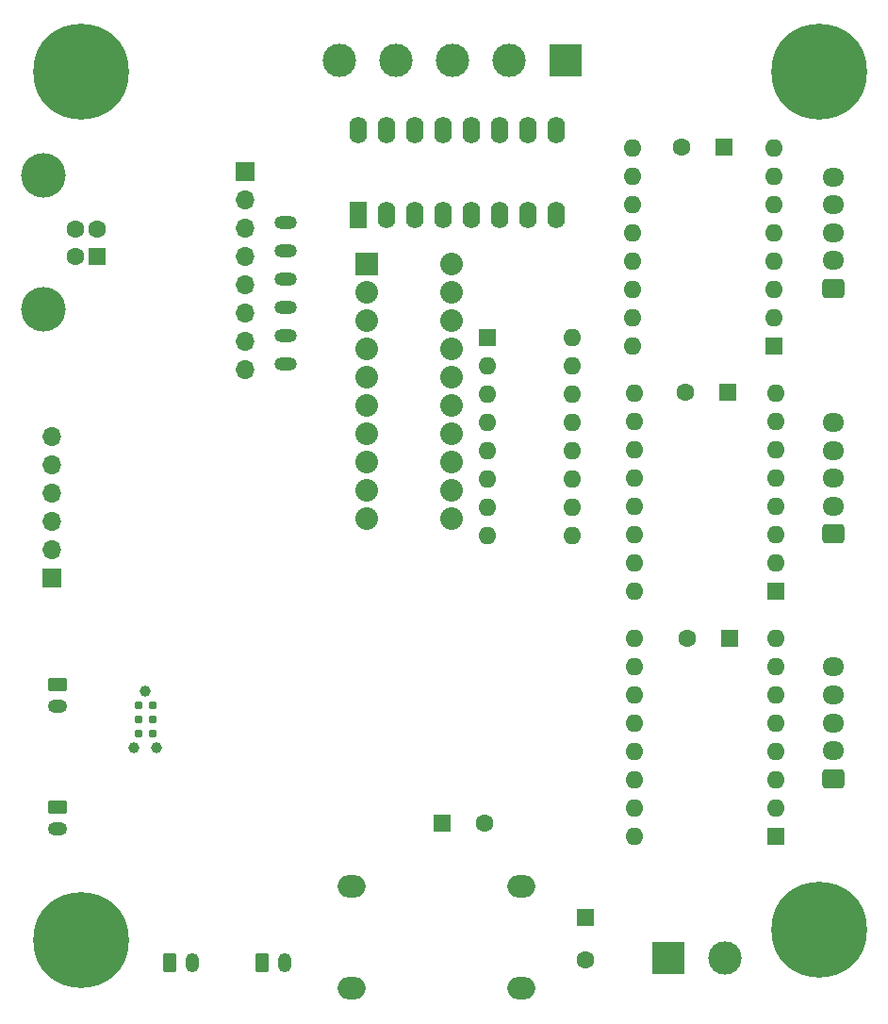
<source format=gbr>
%TF.GenerationSoftware,KiCad,Pcbnew,7.0.1-3b83917a11~172~ubuntu22.10.1*%
%TF.CreationDate,2023-08-26T15:52:06+02:00*%
%TF.ProjectId,controller,636f6e74-726f-46c6-9c65-722e6b696361,rev?*%
%TF.SameCoordinates,Original*%
%TF.FileFunction,Soldermask,Top*%
%TF.FilePolarity,Negative*%
%FSLAX46Y46*%
G04 Gerber Fmt 4.6, Leading zero omitted, Abs format (unit mm)*
G04 Created by KiCad (PCBNEW 7.0.1-3b83917a11~172~ubuntu22.10.1) date 2023-08-26 15:52:06*
%MOMM*%
%LPD*%
G01*
G04 APERTURE LIST*
G04 Aperture macros list*
%AMRoundRect*
0 Rectangle with rounded corners*
0 $1 Rounding radius*
0 $2 $3 $4 $5 $6 $7 $8 $9 X,Y pos of 4 corners*
0 Add a 4 corners polygon primitive as box body*
4,1,4,$2,$3,$4,$5,$6,$7,$8,$9,$2,$3,0*
0 Add four circle primitives for the rounded corners*
1,1,$1+$1,$2,$3*
1,1,$1+$1,$4,$5*
1,1,$1+$1,$6,$7*
1,1,$1+$1,$8,$9*
0 Add four rect primitives between the rounded corners*
20,1,$1+$1,$2,$3,$4,$5,0*
20,1,$1+$1,$4,$5,$6,$7,0*
20,1,$1+$1,$6,$7,$8,$9,0*
20,1,$1+$1,$8,$9,$2,$3,0*%
G04 Aperture macros list end*
%ADD10O,2.500000X2.000000*%
%ADD11O,2.000000X1.200000*%
%ADD12R,1.600000X2.400000*%
%ADD13O,1.600000X2.400000*%
%ADD14R,1.600000X1.600000*%
%ADD15O,1.600000X1.600000*%
%ADD16C,4.000000*%
%ADD17C,1.600000*%
%ADD18RoundRect,0.250000X0.725000X-0.600000X0.725000X0.600000X-0.725000X0.600000X-0.725000X-0.600000X0*%
%ADD19O,1.950000X1.700000*%
%ADD20O,1.700000X1.700000*%
%ADD21R,1.700000X1.700000*%
%ADD22C,0.787400*%
%ADD23C,0.990600*%
%ADD24C,3.000000*%
%ADD25R,3.000000X3.000000*%
%ADD26O,1.750000X1.200000*%
%ADD27RoundRect,0.250000X-0.625000X0.350000X-0.625000X-0.350000X0.625000X-0.350000X0.625000X0.350000X0*%
%ADD28O,1.200000X1.750000*%
%ADD29RoundRect,0.250000X-0.350000X-0.625000X0.350000X-0.625000X0.350000X0.625000X-0.350000X0.625000X0*%
%ADD30C,8.600000*%
%ADD31C,0.900000*%
%ADD32R,2.032000X2.032000*%
%ADD33C,2.032000*%
G04 APERTURE END LIST*
D10*
%TO.C,U2*%
X80520419Y-109317349D03*
X80520419Y-100177349D03*
X65280419Y-109317349D03*
X65280419Y-100177349D03*
%TD*%
D11*
%TO.C,U5*%
X59357919Y-53235000D03*
X59357919Y-50695000D03*
X59357919Y-48155000D03*
X59357919Y-45615000D03*
X59357919Y-43075000D03*
X59357919Y-40535000D03*
%TD*%
D12*
%TO.C,U1*%
X65905419Y-39825000D03*
D13*
X68445419Y-39825000D03*
X70985419Y-39825000D03*
X73525419Y-39825000D03*
X76065419Y-39825000D03*
X78605419Y-39825000D03*
X81145419Y-39825000D03*
X83685419Y-39825000D03*
X83685419Y-32205000D03*
X81145419Y-32205000D03*
X78605419Y-32205000D03*
X76065419Y-32205000D03*
X73525419Y-32205000D03*
X70985419Y-32205000D03*
X68445419Y-32205000D03*
X65905419Y-32205000D03*
%TD*%
D14*
%TO.C,SW1*%
X77512919Y-50850000D03*
D15*
X77512919Y-53390000D03*
X77512919Y-55930000D03*
X77512919Y-58470000D03*
X77512919Y-61010000D03*
X77512919Y-63550000D03*
X77512919Y-66090000D03*
X77512919Y-68630000D03*
X85132919Y-68630000D03*
X85132919Y-66090000D03*
X85132919Y-63550000D03*
X85132919Y-61010000D03*
X85132919Y-58470000D03*
X85132919Y-55930000D03*
X85132919Y-53390000D03*
X85132919Y-50850000D03*
%TD*%
D16*
%TO.C,J14*%
X37630419Y-48350000D03*
X37630419Y-36350000D03*
D17*
X40490419Y-43600000D03*
X40490419Y-41100000D03*
X42490419Y-41100000D03*
D14*
X42490419Y-43600000D03*
%TD*%
D18*
%TO.C,J13*%
X108557919Y-90458750D03*
D19*
X108557919Y-87958750D03*
X108557919Y-85458750D03*
X108557919Y-82958750D03*
X108557919Y-80458750D03*
%TD*%
D18*
%TO.C,J12*%
X108557919Y-68498750D03*
D19*
X108557919Y-65998750D03*
X108557919Y-63498750D03*
X108557919Y-60998750D03*
X108557919Y-58498750D03*
%TD*%
D18*
%TO.C,J11*%
X108557919Y-46458750D03*
D19*
X108557919Y-43958750D03*
X108557919Y-41458750D03*
X108557919Y-38958750D03*
X108557919Y-36458750D03*
%TD*%
D20*
%TO.C,J10*%
X55702919Y-53755000D03*
X55702919Y-51215000D03*
X55702919Y-48675000D03*
X55702919Y-46135000D03*
X55702919Y-43595000D03*
X55702919Y-41055000D03*
X55702919Y-38515000D03*
D21*
X55702919Y-35975000D03*
%TD*%
D22*
%TO.C,J9*%
X47415419Y-86450000D03*
X46145419Y-86450000D03*
X47415419Y-85180000D03*
X46145419Y-85180000D03*
X47415419Y-83910000D03*
X46145419Y-83910000D03*
D23*
X46780419Y-82640000D03*
X47796419Y-87720000D03*
X45764419Y-87720000D03*
%TD*%
D20*
%TO.C,J8*%
X38400000Y-59720000D03*
X38400000Y-62260000D03*
X38400000Y-64800000D03*
X38400000Y-67340000D03*
X38400000Y-69880000D03*
D21*
X38400000Y-72420000D03*
%TD*%
D24*
%TO.C,J6*%
X64180000Y-26000000D03*
X69260000Y-26000000D03*
X74340000Y-26000000D03*
X79420000Y-26000000D03*
D25*
X84500000Y-26000000D03*
%TD*%
D24*
%TO.C,J5*%
X98820419Y-106580000D03*
D25*
X93740419Y-106580000D03*
%TD*%
D26*
%TO.C,J4*%
X38900000Y-84000000D03*
D27*
X38900000Y-82000000D03*
%TD*%
D28*
%TO.C,J3*%
X51000000Y-107000000D03*
D29*
X49000000Y-107000000D03*
%TD*%
D27*
%TO.C,J2*%
X38900000Y-93000000D03*
D26*
X38900000Y-95000000D03*
%TD*%
D28*
%TO.C,J1*%
X59280419Y-107000000D03*
D29*
X57280419Y-107000000D03*
%TD*%
D30*
%TO.C,H4*%
X107280419Y-104000000D03*
D31*
X107280419Y-107225000D03*
X105000000Y-106280419D03*
X109560838Y-101719581D03*
X109560838Y-106280419D03*
X104055419Y-104000000D03*
X105000000Y-101719581D03*
X107280419Y-100775000D03*
X110505419Y-104000000D03*
%TD*%
D30*
%TO.C,H3*%
X107280419Y-27000000D03*
D31*
X107280419Y-30225000D03*
X105000000Y-29280419D03*
X109560838Y-24719581D03*
X109560838Y-29280419D03*
X104055419Y-27000000D03*
X105000000Y-24719581D03*
X107280419Y-23775000D03*
X110505419Y-27000000D03*
%TD*%
%TO.C,H2*%
X44225000Y-105000000D03*
X41000000Y-101775000D03*
X38719581Y-102719581D03*
X37775000Y-105000000D03*
X43280419Y-107280419D03*
X43280419Y-102719581D03*
X38719581Y-107280419D03*
X41000000Y-108225000D03*
D30*
X41000000Y-105000000D03*
%TD*%
D31*
%TO.C,H1*%
X44225000Y-27000000D03*
X41000000Y-23775000D03*
X38719581Y-24719581D03*
X37775000Y-27000000D03*
X43280419Y-29280419D03*
X43280419Y-24719581D03*
X38719581Y-29280419D03*
X41000000Y-30225000D03*
D30*
X41000000Y-27000000D03*
%TD*%
D14*
%TO.C,C18*%
X99282919Y-77858750D03*
D17*
X95482919Y-77858750D03*
%TD*%
D14*
%TO.C,C16*%
X99080419Y-55748750D03*
D17*
X95280419Y-55748750D03*
%TD*%
D14*
%TO.C,C14*%
X98745570Y-33748750D03*
D17*
X94945570Y-33748750D03*
%TD*%
%TO.C,C4*%
X77280419Y-94500000D03*
D14*
X73480419Y-94500000D03*
%TD*%
D17*
%TO.C,C2*%
X86280419Y-106764698D03*
D14*
X86280419Y-102964698D03*
%TD*%
D32*
%TO.C,BAR1*%
X66660419Y-44250000D03*
D33*
X66660419Y-46790000D03*
X66660419Y-49330000D03*
X66660419Y-51870000D03*
X66660419Y-54410000D03*
X66660419Y-56950000D03*
X66660419Y-59490000D03*
X66660419Y-62030000D03*
X66660419Y-64570000D03*
X66660419Y-67110000D03*
X74280419Y-67110000D03*
X74280419Y-64570000D03*
X74280419Y-62030000D03*
X74280419Y-59490000D03*
X74280419Y-56950000D03*
X74280419Y-54410000D03*
X74280419Y-51870000D03*
X74280419Y-49330000D03*
X74280419Y-46790000D03*
X74280419Y-44250000D03*
%TD*%
D14*
%TO.C,A3*%
X103375570Y-95678750D03*
D15*
X103375570Y-93138750D03*
X103375570Y-90598750D03*
X103375570Y-88058750D03*
X103375570Y-85518750D03*
X103375570Y-82978750D03*
X103375570Y-80438750D03*
X103375570Y-77898750D03*
X90675570Y-77898750D03*
X90675570Y-80438750D03*
X90675570Y-82978750D03*
X90675570Y-85518750D03*
X90675570Y-88058750D03*
X90675570Y-90598750D03*
X90675570Y-93138750D03*
X90675570Y-95678750D03*
%TD*%
D14*
%TO.C,A2*%
X103397919Y-73638750D03*
D15*
X103397919Y-71098750D03*
X103397919Y-68558750D03*
X103397919Y-66018750D03*
X103397919Y-63478750D03*
X103397919Y-60938750D03*
X103397919Y-58398750D03*
X103397919Y-55858750D03*
X90697919Y-55858750D03*
X90697919Y-58398750D03*
X90697919Y-60938750D03*
X90697919Y-63478750D03*
X90697919Y-66018750D03*
X90697919Y-68558750D03*
X90697919Y-71098750D03*
X90697919Y-73638750D03*
%TD*%
D14*
%TO.C,A1*%
X103282919Y-51598750D03*
D15*
X103282919Y-49058750D03*
X103282919Y-46518750D03*
X103282919Y-43978750D03*
X103282919Y-41438750D03*
X103282919Y-38898750D03*
X103282919Y-36358750D03*
X103282919Y-33818750D03*
X90582919Y-33818750D03*
X90582919Y-36358750D03*
X90582919Y-38898750D03*
X90582919Y-41438750D03*
X90582919Y-43978750D03*
X90582919Y-46518750D03*
X90582919Y-49058750D03*
X90582919Y-51598750D03*
%TD*%
M02*

</source>
